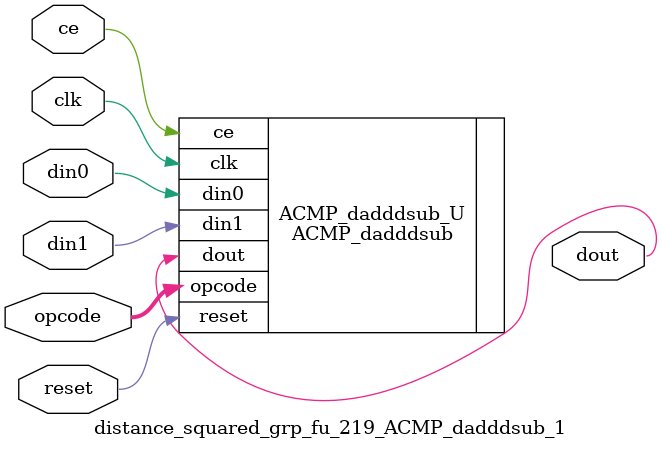
<source format=v>

`timescale 1 ns / 1 ps
module distance_squared_grp_fu_219_ACMP_dadddsub_1(
    clk,
    reset,
    ce,
    din0,
    din1,
    opcode,
    dout);

parameter ID = 32'd1;
parameter NUM_STAGE = 32'd1;
parameter din0_WIDTH = 32'd1;
parameter din1_WIDTH = 32'd1;
parameter dout_WIDTH = 32'd1;
input clk;
input reset;
input ce;
input[din0_WIDTH - 1:0] din0;
input[din1_WIDTH - 1:0] din1;
input[2 - 1:0] opcode;
output[dout_WIDTH - 1:0] dout;



ACMP_dadddsub #(
.ID( ID ),
.NUM_STAGE( 5 ),
.din0_WIDTH( din0_WIDTH ),
.din1_WIDTH( din1_WIDTH ),
.dout_WIDTH( dout_WIDTH ))
ACMP_dadddsub_U(
    .clk( clk ),
    .reset( reset ),
    .ce( ce ),
    .din0( din0 ),
    .din1( din1 ),
    .dout( dout ),
    .opcode( opcode ));

endmodule

</source>
